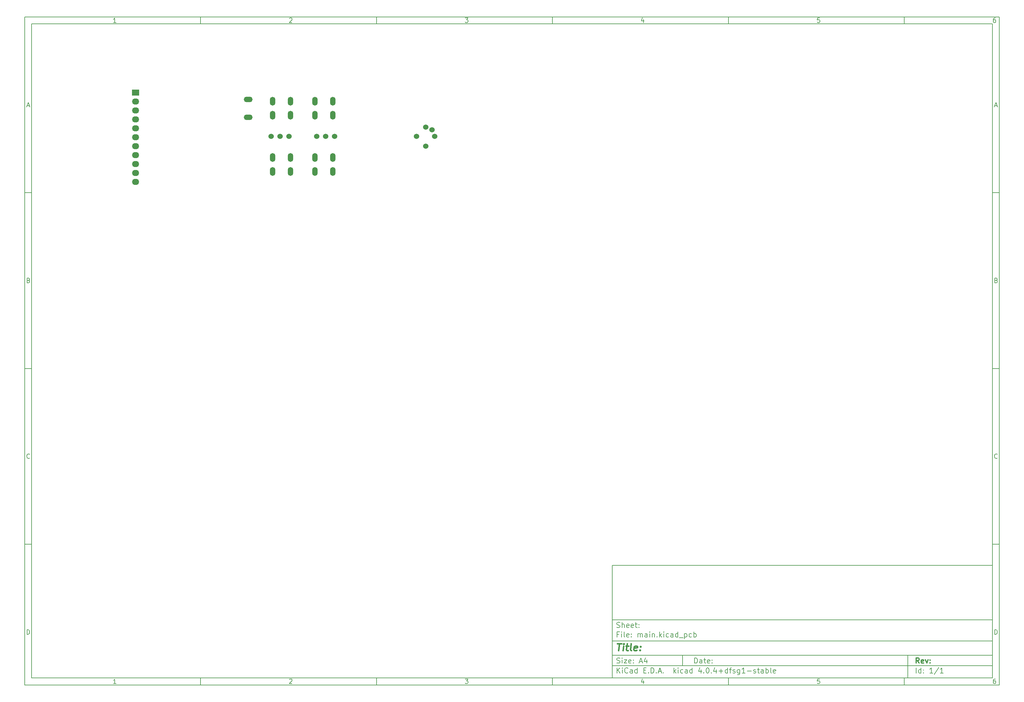
<source format=gbr>
G04 #@! TF.FileFunction,Soldermask,Bot*
%FSLAX46Y46*%
G04 Gerber Fmt 4.6, Leading zero omitted, Abs format (unit mm)*
G04 Created by KiCad (PCBNEW 4.0.4+dfsg1-stable) date Mon Feb 27 17:07:35 2017*
%MOMM*%
%LPD*%
G01*
G04 APERTURE LIST*
%ADD10C,0.100000*%
%ADD11C,0.150000*%
%ADD12C,0.300000*%
%ADD13C,0.400000*%
%ADD14O,1.501140X2.499360*%
%ADD15O,2.499360X1.501140*%
%ADD16C,1.524000*%
%ADD17R,2.032000X1.727200*%
%ADD18O,2.032000X1.727200*%
G04 APERTURE END LIST*
D10*
D11*
X177002200Y-166007200D02*
X177002200Y-198007200D01*
X285002200Y-198007200D01*
X285002200Y-166007200D01*
X177002200Y-166007200D01*
D10*
D11*
X10000000Y-10000000D02*
X10000000Y-200007200D01*
X287002200Y-200007200D01*
X287002200Y-10000000D01*
X10000000Y-10000000D01*
D10*
D11*
X12000000Y-12000000D02*
X12000000Y-198007200D01*
X285002200Y-198007200D01*
X285002200Y-12000000D01*
X12000000Y-12000000D01*
D10*
D11*
X60000000Y-12000000D02*
X60000000Y-10000000D01*
D10*
D11*
X110000000Y-12000000D02*
X110000000Y-10000000D01*
D10*
D11*
X160000000Y-12000000D02*
X160000000Y-10000000D01*
D10*
D11*
X210000000Y-12000000D02*
X210000000Y-10000000D01*
D10*
D11*
X260000000Y-12000000D02*
X260000000Y-10000000D01*
D10*
D11*
X35990476Y-11588095D02*
X35247619Y-11588095D01*
X35619048Y-11588095D02*
X35619048Y-10288095D01*
X35495238Y-10473810D01*
X35371429Y-10597619D01*
X35247619Y-10659524D01*
D10*
D11*
X85247619Y-10411905D02*
X85309524Y-10350000D01*
X85433333Y-10288095D01*
X85742857Y-10288095D01*
X85866667Y-10350000D01*
X85928571Y-10411905D01*
X85990476Y-10535714D01*
X85990476Y-10659524D01*
X85928571Y-10845238D01*
X85185714Y-11588095D01*
X85990476Y-11588095D01*
D10*
D11*
X135185714Y-10288095D02*
X135990476Y-10288095D01*
X135557143Y-10783333D01*
X135742857Y-10783333D01*
X135866667Y-10845238D01*
X135928571Y-10907143D01*
X135990476Y-11030952D01*
X135990476Y-11340476D01*
X135928571Y-11464286D01*
X135866667Y-11526190D01*
X135742857Y-11588095D01*
X135371429Y-11588095D01*
X135247619Y-11526190D01*
X135185714Y-11464286D01*
D10*
D11*
X185866667Y-10721429D02*
X185866667Y-11588095D01*
X185557143Y-10226190D02*
X185247619Y-11154762D01*
X186052381Y-11154762D01*
D10*
D11*
X235928571Y-10288095D02*
X235309524Y-10288095D01*
X235247619Y-10907143D01*
X235309524Y-10845238D01*
X235433333Y-10783333D01*
X235742857Y-10783333D01*
X235866667Y-10845238D01*
X235928571Y-10907143D01*
X235990476Y-11030952D01*
X235990476Y-11340476D01*
X235928571Y-11464286D01*
X235866667Y-11526190D01*
X235742857Y-11588095D01*
X235433333Y-11588095D01*
X235309524Y-11526190D01*
X235247619Y-11464286D01*
D10*
D11*
X285866667Y-10288095D02*
X285619048Y-10288095D01*
X285495238Y-10350000D01*
X285433333Y-10411905D01*
X285309524Y-10597619D01*
X285247619Y-10845238D01*
X285247619Y-11340476D01*
X285309524Y-11464286D01*
X285371429Y-11526190D01*
X285495238Y-11588095D01*
X285742857Y-11588095D01*
X285866667Y-11526190D01*
X285928571Y-11464286D01*
X285990476Y-11340476D01*
X285990476Y-11030952D01*
X285928571Y-10907143D01*
X285866667Y-10845238D01*
X285742857Y-10783333D01*
X285495238Y-10783333D01*
X285371429Y-10845238D01*
X285309524Y-10907143D01*
X285247619Y-11030952D01*
D10*
D11*
X60000000Y-198007200D02*
X60000000Y-200007200D01*
D10*
D11*
X110000000Y-198007200D02*
X110000000Y-200007200D01*
D10*
D11*
X160000000Y-198007200D02*
X160000000Y-200007200D01*
D10*
D11*
X210000000Y-198007200D02*
X210000000Y-200007200D01*
D10*
D11*
X260000000Y-198007200D02*
X260000000Y-200007200D01*
D10*
D11*
X35990476Y-199595295D02*
X35247619Y-199595295D01*
X35619048Y-199595295D02*
X35619048Y-198295295D01*
X35495238Y-198481010D01*
X35371429Y-198604819D01*
X35247619Y-198666724D01*
D10*
D11*
X85247619Y-198419105D02*
X85309524Y-198357200D01*
X85433333Y-198295295D01*
X85742857Y-198295295D01*
X85866667Y-198357200D01*
X85928571Y-198419105D01*
X85990476Y-198542914D01*
X85990476Y-198666724D01*
X85928571Y-198852438D01*
X85185714Y-199595295D01*
X85990476Y-199595295D01*
D10*
D11*
X135185714Y-198295295D02*
X135990476Y-198295295D01*
X135557143Y-198790533D01*
X135742857Y-198790533D01*
X135866667Y-198852438D01*
X135928571Y-198914343D01*
X135990476Y-199038152D01*
X135990476Y-199347676D01*
X135928571Y-199471486D01*
X135866667Y-199533390D01*
X135742857Y-199595295D01*
X135371429Y-199595295D01*
X135247619Y-199533390D01*
X135185714Y-199471486D01*
D10*
D11*
X185866667Y-198728629D02*
X185866667Y-199595295D01*
X185557143Y-198233390D02*
X185247619Y-199161962D01*
X186052381Y-199161962D01*
D10*
D11*
X235928571Y-198295295D02*
X235309524Y-198295295D01*
X235247619Y-198914343D01*
X235309524Y-198852438D01*
X235433333Y-198790533D01*
X235742857Y-198790533D01*
X235866667Y-198852438D01*
X235928571Y-198914343D01*
X235990476Y-199038152D01*
X235990476Y-199347676D01*
X235928571Y-199471486D01*
X235866667Y-199533390D01*
X235742857Y-199595295D01*
X235433333Y-199595295D01*
X235309524Y-199533390D01*
X235247619Y-199471486D01*
D10*
D11*
X285866667Y-198295295D02*
X285619048Y-198295295D01*
X285495238Y-198357200D01*
X285433333Y-198419105D01*
X285309524Y-198604819D01*
X285247619Y-198852438D01*
X285247619Y-199347676D01*
X285309524Y-199471486D01*
X285371429Y-199533390D01*
X285495238Y-199595295D01*
X285742857Y-199595295D01*
X285866667Y-199533390D01*
X285928571Y-199471486D01*
X285990476Y-199347676D01*
X285990476Y-199038152D01*
X285928571Y-198914343D01*
X285866667Y-198852438D01*
X285742857Y-198790533D01*
X285495238Y-198790533D01*
X285371429Y-198852438D01*
X285309524Y-198914343D01*
X285247619Y-199038152D01*
D10*
D11*
X10000000Y-60000000D02*
X12000000Y-60000000D01*
D10*
D11*
X10000000Y-110000000D02*
X12000000Y-110000000D01*
D10*
D11*
X10000000Y-160000000D02*
X12000000Y-160000000D01*
D10*
D11*
X10690476Y-35216667D02*
X11309524Y-35216667D01*
X10566667Y-35588095D02*
X11000000Y-34288095D01*
X11433333Y-35588095D01*
D10*
D11*
X11092857Y-84907143D02*
X11278571Y-84969048D01*
X11340476Y-85030952D01*
X11402381Y-85154762D01*
X11402381Y-85340476D01*
X11340476Y-85464286D01*
X11278571Y-85526190D01*
X11154762Y-85588095D01*
X10659524Y-85588095D01*
X10659524Y-84288095D01*
X11092857Y-84288095D01*
X11216667Y-84350000D01*
X11278571Y-84411905D01*
X11340476Y-84535714D01*
X11340476Y-84659524D01*
X11278571Y-84783333D01*
X11216667Y-84845238D01*
X11092857Y-84907143D01*
X10659524Y-84907143D01*
D10*
D11*
X11402381Y-135464286D02*
X11340476Y-135526190D01*
X11154762Y-135588095D01*
X11030952Y-135588095D01*
X10845238Y-135526190D01*
X10721429Y-135402381D01*
X10659524Y-135278571D01*
X10597619Y-135030952D01*
X10597619Y-134845238D01*
X10659524Y-134597619D01*
X10721429Y-134473810D01*
X10845238Y-134350000D01*
X11030952Y-134288095D01*
X11154762Y-134288095D01*
X11340476Y-134350000D01*
X11402381Y-134411905D01*
D10*
D11*
X10659524Y-185588095D02*
X10659524Y-184288095D01*
X10969048Y-184288095D01*
X11154762Y-184350000D01*
X11278571Y-184473810D01*
X11340476Y-184597619D01*
X11402381Y-184845238D01*
X11402381Y-185030952D01*
X11340476Y-185278571D01*
X11278571Y-185402381D01*
X11154762Y-185526190D01*
X10969048Y-185588095D01*
X10659524Y-185588095D01*
D10*
D11*
X287002200Y-60000000D02*
X285002200Y-60000000D01*
D10*
D11*
X287002200Y-110000000D02*
X285002200Y-110000000D01*
D10*
D11*
X287002200Y-160000000D02*
X285002200Y-160000000D01*
D10*
D11*
X285692676Y-35216667D02*
X286311724Y-35216667D01*
X285568867Y-35588095D02*
X286002200Y-34288095D01*
X286435533Y-35588095D01*
D10*
D11*
X286095057Y-84907143D02*
X286280771Y-84969048D01*
X286342676Y-85030952D01*
X286404581Y-85154762D01*
X286404581Y-85340476D01*
X286342676Y-85464286D01*
X286280771Y-85526190D01*
X286156962Y-85588095D01*
X285661724Y-85588095D01*
X285661724Y-84288095D01*
X286095057Y-84288095D01*
X286218867Y-84350000D01*
X286280771Y-84411905D01*
X286342676Y-84535714D01*
X286342676Y-84659524D01*
X286280771Y-84783333D01*
X286218867Y-84845238D01*
X286095057Y-84907143D01*
X285661724Y-84907143D01*
D10*
D11*
X286404581Y-135464286D02*
X286342676Y-135526190D01*
X286156962Y-135588095D01*
X286033152Y-135588095D01*
X285847438Y-135526190D01*
X285723629Y-135402381D01*
X285661724Y-135278571D01*
X285599819Y-135030952D01*
X285599819Y-134845238D01*
X285661724Y-134597619D01*
X285723629Y-134473810D01*
X285847438Y-134350000D01*
X286033152Y-134288095D01*
X286156962Y-134288095D01*
X286342676Y-134350000D01*
X286404581Y-134411905D01*
D10*
D11*
X285661724Y-185588095D02*
X285661724Y-184288095D01*
X285971248Y-184288095D01*
X286156962Y-184350000D01*
X286280771Y-184473810D01*
X286342676Y-184597619D01*
X286404581Y-184845238D01*
X286404581Y-185030952D01*
X286342676Y-185278571D01*
X286280771Y-185402381D01*
X286156962Y-185526190D01*
X285971248Y-185588095D01*
X285661724Y-185588095D01*
D10*
D11*
X200359343Y-193785771D02*
X200359343Y-192285771D01*
X200716486Y-192285771D01*
X200930771Y-192357200D01*
X201073629Y-192500057D01*
X201145057Y-192642914D01*
X201216486Y-192928629D01*
X201216486Y-193142914D01*
X201145057Y-193428629D01*
X201073629Y-193571486D01*
X200930771Y-193714343D01*
X200716486Y-193785771D01*
X200359343Y-193785771D01*
X202502200Y-193785771D02*
X202502200Y-193000057D01*
X202430771Y-192857200D01*
X202287914Y-192785771D01*
X202002200Y-192785771D01*
X201859343Y-192857200D01*
X202502200Y-193714343D02*
X202359343Y-193785771D01*
X202002200Y-193785771D01*
X201859343Y-193714343D01*
X201787914Y-193571486D01*
X201787914Y-193428629D01*
X201859343Y-193285771D01*
X202002200Y-193214343D01*
X202359343Y-193214343D01*
X202502200Y-193142914D01*
X203002200Y-192785771D02*
X203573629Y-192785771D01*
X203216486Y-192285771D02*
X203216486Y-193571486D01*
X203287914Y-193714343D01*
X203430772Y-193785771D01*
X203573629Y-193785771D01*
X204645057Y-193714343D02*
X204502200Y-193785771D01*
X204216486Y-193785771D01*
X204073629Y-193714343D01*
X204002200Y-193571486D01*
X204002200Y-193000057D01*
X204073629Y-192857200D01*
X204216486Y-192785771D01*
X204502200Y-192785771D01*
X204645057Y-192857200D01*
X204716486Y-193000057D01*
X204716486Y-193142914D01*
X204002200Y-193285771D01*
X205359343Y-193642914D02*
X205430771Y-193714343D01*
X205359343Y-193785771D01*
X205287914Y-193714343D01*
X205359343Y-193642914D01*
X205359343Y-193785771D01*
X205359343Y-192857200D02*
X205430771Y-192928629D01*
X205359343Y-193000057D01*
X205287914Y-192928629D01*
X205359343Y-192857200D01*
X205359343Y-193000057D01*
D10*
D11*
X177002200Y-194507200D02*
X285002200Y-194507200D01*
D10*
D11*
X178359343Y-196585771D02*
X178359343Y-195085771D01*
X179216486Y-196585771D02*
X178573629Y-195728629D01*
X179216486Y-195085771D02*
X178359343Y-195942914D01*
X179859343Y-196585771D02*
X179859343Y-195585771D01*
X179859343Y-195085771D02*
X179787914Y-195157200D01*
X179859343Y-195228629D01*
X179930771Y-195157200D01*
X179859343Y-195085771D01*
X179859343Y-195228629D01*
X181430772Y-196442914D02*
X181359343Y-196514343D01*
X181145057Y-196585771D01*
X181002200Y-196585771D01*
X180787915Y-196514343D01*
X180645057Y-196371486D01*
X180573629Y-196228629D01*
X180502200Y-195942914D01*
X180502200Y-195728629D01*
X180573629Y-195442914D01*
X180645057Y-195300057D01*
X180787915Y-195157200D01*
X181002200Y-195085771D01*
X181145057Y-195085771D01*
X181359343Y-195157200D01*
X181430772Y-195228629D01*
X182716486Y-196585771D02*
X182716486Y-195800057D01*
X182645057Y-195657200D01*
X182502200Y-195585771D01*
X182216486Y-195585771D01*
X182073629Y-195657200D01*
X182716486Y-196514343D02*
X182573629Y-196585771D01*
X182216486Y-196585771D01*
X182073629Y-196514343D01*
X182002200Y-196371486D01*
X182002200Y-196228629D01*
X182073629Y-196085771D01*
X182216486Y-196014343D01*
X182573629Y-196014343D01*
X182716486Y-195942914D01*
X184073629Y-196585771D02*
X184073629Y-195085771D01*
X184073629Y-196514343D02*
X183930772Y-196585771D01*
X183645058Y-196585771D01*
X183502200Y-196514343D01*
X183430772Y-196442914D01*
X183359343Y-196300057D01*
X183359343Y-195871486D01*
X183430772Y-195728629D01*
X183502200Y-195657200D01*
X183645058Y-195585771D01*
X183930772Y-195585771D01*
X184073629Y-195657200D01*
X185930772Y-195800057D02*
X186430772Y-195800057D01*
X186645058Y-196585771D02*
X185930772Y-196585771D01*
X185930772Y-195085771D01*
X186645058Y-195085771D01*
X187287915Y-196442914D02*
X187359343Y-196514343D01*
X187287915Y-196585771D01*
X187216486Y-196514343D01*
X187287915Y-196442914D01*
X187287915Y-196585771D01*
X188002201Y-196585771D02*
X188002201Y-195085771D01*
X188359344Y-195085771D01*
X188573629Y-195157200D01*
X188716487Y-195300057D01*
X188787915Y-195442914D01*
X188859344Y-195728629D01*
X188859344Y-195942914D01*
X188787915Y-196228629D01*
X188716487Y-196371486D01*
X188573629Y-196514343D01*
X188359344Y-196585771D01*
X188002201Y-196585771D01*
X189502201Y-196442914D02*
X189573629Y-196514343D01*
X189502201Y-196585771D01*
X189430772Y-196514343D01*
X189502201Y-196442914D01*
X189502201Y-196585771D01*
X190145058Y-196157200D02*
X190859344Y-196157200D01*
X190002201Y-196585771D02*
X190502201Y-195085771D01*
X191002201Y-196585771D01*
X191502201Y-196442914D02*
X191573629Y-196514343D01*
X191502201Y-196585771D01*
X191430772Y-196514343D01*
X191502201Y-196442914D01*
X191502201Y-196585771D01*
X194502201Y-196585771D02*
X194502201Y-195085771D01*
X194645058Y-196014343D02*
X195073629Y-196585771D01*
X195073629Y-195585771D02*
X194502201Y-196157200D01*
X195716487Y-196585771D02*
X195716487Y-195585771D01*
X195716487Y-195085771D02*
X195645058Y-195157200D01*
X195716487Y-195228629D01*
X195787915Y-195157200D01*
X195716487Y-195085771D01*
X195716487Y-195228629D01*
X197073630Y-196514343D02*
X196930773Y-196585771D01*
X196645059Y-196585771D01*
X196502201Y-196514343D01*
X196430773Y-196442914D01*
X196359344Y-196300057D01*
X196359344Y-195871486D01*
X196430773Y-195728629D01*
X196502201Y-195657200D01*
X196645059Y-195585771D01*
X196930773Y-195585771D01*
X197073630Y-195657200D01*
X198359344Y-196585771D02*
X198359344Y-195800057D01*
X198287915Y-195657200D01*
X198145058Y-195585771D01*
X197859344Y-195585771D01*
X197716487Y-195657200D01*
X198359344Y-196514343D02*
X198216487Y-196585771D01*
X197859344Y-196585771D01*
X197716487Y-196514343D01*
X197645058Y-196371486D01*
X197645058Y-196228629D01*
X197716487Y-196085771D01*
X197859344Y-196014343D01*
X198216487Y-196014343D01*
X198359344Y-195942914D01*
X199716487Y-196585771D02*
X199716487Y-195085771D01*
X199716487Y-196514343D02*
X199573630Y-196585771D01*
X199287916Y-196585771D01*
X199145058Y-196514343D01*
X199073630Y-196442914D01*
X199002201Y-196300057D01*
X199002201Y-195871486D01*
X199073630Y-195728629D01*
X199145058Y-195657200D01*
X199287916Y-195585771D01*
X199573630Y-195585771D01*
X199716487Y-195657200D01*
X202216487Y-195585771D02*
X202216487Y-196585771D01*
X201859344Y-195014343D02*
X201502201Y-196085771D01*
X202430773Y-196085771D01*
X203002201Y-196442914D02*
X203073629Y-196514343D01*
X203002201Y-196585771D01*
X202930772Y-196514343D01*
X203002201Y-196442914D01*
X203002201Y-196585771D01*
X204002201Y-195085771D02*
X204145058Y-195085771D01*
X204287915Y-195157200D01*
X204359344Y-195228629D01*
X204430773Y-195371486D01*
X204502201Y-195657200D01*
X204502201Y-196014343D01*
X204430773Y-196300057D01*
X204359344Y-196442914D01*
X204287915Y-196514343D01*
X204145058Y-196585771D01*
X204002201Y-196585771D01*
X203859344Y-196514343D01*
X203787915Y-196442914D01*
X203716487Y-196300057D01*
X203645058Y-196014343D01*
X203645058Y-195657200D01*
X203716487Y-195371486D01*
X203787915Y-195228629D01*
X203859344Y-195157200D01*
X204002201Y-195085771D01*
X205145058Y-196442914D02*
X205216486Y-196514343D01*
X205145058Y-196585771D01*
X205073629Y-196514343D01*
X205145058Y-196442914D01*
X205145058Y-196585771D01*
X206502201Y-195585771D02*
X206502201Y-196585771D01*
X206145058Y-195014343D02*
X205787915Y-196085771D01*
X206716487Y-196085771D01*
X207287915Y-196014343D02*
X208430772Y-196014343D01*
X207859343Y-196585771D02*
X207859343Y-195442914D01*
X209787915Y-196585771D02*
X209787915Y-195085771D01*
X209787915Y-196514343D02*
X209645058Y-196585771D01*
X209359344Y-196585771D01*
X209216486Y-196514343D01*
X209145058Y-196442914D01*
X209073629Y-196300057D01*
X209073629Y-195871486D01*
X209145058Y-195728629D01*
X209216486Y-195657200D01*
X209359344Y-195585771D01*
X209645058Y-195585771D01*
X209787915Y-195657200D01*
X210287915Y-195585771D02*
X210859344Y-195585771D01*
X210502201Y-196585771D02*
X210502201Y-195300057D01*
X210573629Y-195157200D01*
X210716487Y-195085771D01*
X210859344Y-195085771D01*
X211287915Y-196514343D02*
X211430772Y-196585771D01*
X211716487Y-196585771D01*
X211859344Y-196514343D01*
X211930772Y-196371486D01*
X211930772Y-196300057D01*
X211859344Y-196157200D01*
X211716487Y-196085771D01*
X211502201Y-196085771D01*
X211359344Y-196014343D01*
X211287915Y-195871486D01*
X211287915Y-195800057D01*
X211359344Y-195657200D01*
X211502201Y-195585771D01*
X211716487Y-195585771D01*
X211859344Y-195657200D01*
X213216487Y-195585771D02*
X213216487Y-196800057D01*
X213145058Y-196942914D01*
X213073630Y-197014343D01*
X212930773Y-197085771D01*
X212716487Y-197085771D01*
X212573630Y-197014343D01*
X213216487Y-196514343D02*
X213073630Y-196585771D01*
X212787916Y-196585771D01*
X212645058Y-196514343D01*
X212573630Y-196442914D01*
X212502201Y-196300057D01*
X212502201Y-195871486D01*
X212573630Y-195728629D01*
X212645058Y-195657200D01*
X212787916Y-195585771D01*
X213073630Y-195585771D01*
X213216487Y-195657200D01*
X214716487Y-196585771D02*
X213859344Y-196585771D01*
X214287916Y-196585771D02*
X214287916Y-195085771D01*
X214145059Y-195300057D01*
X214002201Y-195442914D01*
X213859344Y-195514343D01*
X215359344Y-196014343D02*
X216502201Y-196014343D01*
X217145058Y-196514343D02*
X217287915Y-196585771D01*
X217573630Y-196585771D01*
X217716487Y-196514343D01*
X217787915Y-196371486D01*
X217787915Y-196300057D01*
X217716487Y-196157200D01*
X217573630Y-196085771D01*
X217359344Y-196085771D01*
X217216487Y-196014343D01*
X217145058Y-195871486D01*
X217145058Y-195800057D01*
X217216487Y-195657200D01*
X217359344Y-195585771D01*
X217573630Y-195585771D01*
X217716487Y-195657200D01*
X218216487Y-195585771D02*
X218787916Y-195585771D01*
X218430773Y-195085771D02*
X218430773Y-196371486D01*
X218502201Y-196514343D01*
X218645059Y-196585771D01*
X218787916Y-196585771D01*
X219930773Y-196585771D02*
X219930773Y-195800057D01*
X219859344Y-195657200D01*
X219716487Y-195585771D01*
X219430773Y-195585771D01*
X219287916Y-195657200D01*
X219930773Y-196514343D02*
X219787916Y-196585771D01*
X219430773Y-196585771D01*
X219287916Y-196514343D01*
X219216487Y-196371486D01*
X219216487Y-196228629D01*
X219287916Y-196085771D01*
X219430773Y-196014343D01*
X219787916Y-196014343D01*
X219930773Y-195942914D01*
X220645059Y-196585771D02*
X220645059Y-195085771D01*
X220645059Y-195657200D02*
X220787916Y-195585771D01*
X221073630Y-195585771D01*
X221216487Y-195657200D01*
X221287916Y-195728629D01*
X221359345Y-195871486D01*
X221359345Y-196300057D01*
X221287916Y-196442914D01*
X221216487Y-196514343D01*
X221073630Y-196585771D01*
X220787916Y-196585771D01*
X220645059Y-196514343D01*
X222216488Y-196585771D02*
X222073630Y-196514343D01*
X222002202Y-196371486D01*
X222002202Y-195085771D01*
X223359344Y-196514343D02*
X223216487Y-196585771D01*
X222930773Y-196585771D01*
X222787916Y-196514343D01*
X222716487Y-196371486D01*
X222716487Y-195800057D01*
X222787916Y-195657200D01*
X222930773Y-195585771D01*
X223216487Y-195585771D01*
X223359344Y-195657200D01*
X223430773Y-195800057D01*
X223430773Y-195942914D01*
X222716487Y-196085771D01*
D10*
D11*
X177002200Y-191507200D02*
X285002200Y-191507200D01*
D10*
D12*
X264216486Y-193785771D02*
X263716486Y-193071486D01*
X263359343Y-193785771D02*
X263359343Y-192285771D01*
X263930771Y-192285771D01*
X264073629Y-192357200D01*
X264145057Y-192428629D01*
X264216486Y-192571486D01*
X264216486Y-192785771D01*
X264145057Y-192928629D01*
X264073629Y-193000057D01*
X263930771Y-193071486D01*
X263359343Y-193071486D01*
X265430771Y-193714343D02*
X265287914Y-193785771D01*
X265002200Y-193785771D01*
X264859343Y-193714343D01*
X264787914Y-193571486D01*
X264787914Y-193000057D01*
X264859343Y-192857200D01*
X265002200Y-192785771D01*
X265287914Y-192785771D01*
X265430771Y-192857200D01*
X265502200Y-193000057D01*
X265502200Y-193142914D01*
X264787914Y-193285771D01*
X266002200Y-192785771D02*
X266359343Y-193785771D01*
X266716485Y-192785771D01*
X267287914Y-193642914D02*
X267359342Y-193714343D01*
X267287914Y-193785771D01*
X267216485Y-193714343D01*
X267287914Y-193642914D01*
X267287914Y-193785771D01*
X267287914Y-192857200D02*
X267359342Y-192928629D01*
X267287914Y-193000057D01*
X267216485Y-192928629D01*
X267287914Y-192857200D01*
X267287914Y-193000057D01*
D10*
D11*
X178287914Y-193714343D02*
X178502200Y-193785771D01*
X178859343Y-193785771D01*
X179002200Y-193714343D01*
X179073629Y-193642914D01*
X179145057Y-193500057D01*
X179145057Y-193357200D01*
X179073629Y-193214343D01*
X179002200Y-193142914D01*
X178859343Y-193071486D01*
X178573629Y-193000057D01*
X178430771Y-192928629D01*
X178359343Y-192857200D01*
X178287914Y-192714343D01*
X178287914Y-192571486D01*
X178359343Y-192428629D01*
X178430771Y-192357200D01*
X178573629Y-192285771D01*
X178930771Y-192285771D01*
X179145057Y-192357200D01*
X179787914Y-193785771D02*
X179787914Y-192785771D01*
X179787914Y-192285771D02*
X179716485Y-192357200D01*
X179787914Y-192428629D01*
X179859342Y-192357200D01*
X179787914Y-192285771D01*
X179787914Y-192428629D01*
X180359343Y-192785771D02*
X181145057Y-192785771D01*
X180359343Y-193785771D01*
X181145057Y-193785771D01*
X182287914Y-193714343D02*
X182145057Y-193785771D01*
X181859343Y-193785771D01*
X181716486Y-193714343D01*
X181645057Y-193571486D01*
X181645057Y-193000057D01*
X181716486Y-192857200D01*
X181859343Y-192785771D01*
X182145057Y-192785771D01*
X182287914Y-192857200D01*
X182359343Y-193000057D01*
X182359343Y-193142914D01*
X181645057Y-193285771D01*
X183002200Y-193642914D02*
X183073628Y-193714343D01*
X183002200Y-193785771D01*
X182930771Y-193714343D01*
X183002200Y-193642914D01*
X183002200Y-193785771D01*
X183002200Y-192857200D02*
X183073628Y-192928629D01*
X183002200Y-193000057D01*
X182930771Y-192928629D01*
X183002200Y-192857200D01*
X183002200Y-193000057D01*
X184787914Y-193357200D02*
X185502200Y-193357200D01*
X184645057Y-193785771D02*
X185145057Y-192285771D01*
X185645057Y-193785771D01*
X186787914Y-192785771D02*
X186787914Y-193785771D01*
X186430771Y-192214343D02*
X186073628Y-193285771D01*
X187002200Y-193285771D01*
D10*
D11*
X263359343Y-196585771D02*
X263359343Y-195085771D01*
X264716486Y-196585771D02*
X264716486Y-195085771D01*
X264716486Y-196514343D02*
X264573629Y-196585771D01*
X264287915Y-196585771D01*
X264145057Y-196514343D01*
X264073629Y-196442914D01*
X264002200Y-196300057D01*
X264002200Y-195871486D01*
X264073629Y-195728629D01*
X264145057Y-195657200D01*
X264287915Y-195585771D01*
X264573629Y-195585771D01*
X264716486Y-195657200D01*
X265430772Y-196442914D02*
X265502200Y-196514343D01*
X265430772Y-196585771D01*
X265359343Y-196514343D01*
X265430772Y-196442914D01*
X265430772Y-196585771D01*
X265430772Y-195657200D02*
X265502200Y-195728629D01*
X265430772Y-195800057D01*
X265359343Y-195728629D01*
X265430772Y-195657200D01*
X265430772Y-195800057D01*
X268073629Y-196585771D02*
X267216486Y-196585771D01*
X267645058Y-196585771D02*
X267645058Y-195085771D01*
X267502201Y-195300057D01*
X267359343Y-195442914D01*
X267216486Y-195514343D01*
X269787914Y-195014343D02*
X268502200Y-196942914D01*
X271073629Y-196585771D02*
X270216486Y-196585771D01*
X270645058Y-196585771D02*
X270645058Y-195085771D01*
X270502201Y-195300057D01*
X270359343Y-195442914D01*
X270216486Y-195514343D01*
D10*
D11*
X177002200Y-187507200D02*
X285002200Y-187507200D01*
D10*
D13*
X178454581Y-188211962D02*
X179597438Y-188211962D01*
X178776010Y-190211962D02*
X179026010Y-188211962D01*
X180014105Y-190211962D02*
X180180771Y-188878629D01*
X180264105Y-188211962D02*
X180156962Y-188307200D01*
X180240295Y-188402438D01*
X180347439Y-188307200D01*
X180264105Y-188211962D01*
X180240295Y-188402438D01*
X180847438Y-188878629D02*
X181609343Y-188878629D01*
X181216486Y-188211962D02*
X181002200Y-189926248D01*
X181073630Y-190116724D01*
X181252201Y-190211962D01*
X181442677Y-190211962D01*
X182395058Y-190211962D02*
X182216487Y-190116724D01*
X182145057Y-189926248D01*
X182359343Y-188211962D01*
X183930772Y-190116724D02*
X183728391Y-190211962D01*
X183347439Y-190211962D01*
X183168867Y-190116724D01*
X183097438Y-189926248D01*
X183192676Y-189164343D01*
X183311724Y-188973867D01*
X183514105Y-188878629D01*
X183895057Y-188878629D01*
X184073629Y-188973867D01*
X184145057Y-189164343D01*
X184121248Y-189354819D01*
X183145057Y-189545295D01*
X184895057Y-190021486D02*
X184978392Y-190116724D01*
X184871248Y-190211962D01*
X184787915Y-190116724D01*
X184895057Y-190021486D01*
X184871248Y-190211962D01*
X185026010Y-188973867D02*
X185109344Y-189069105D01*
X185002200Y-189164343D01*
X184918867Y-189069105D01*
X185026010Y-188973867D01*
X185002200Y-189164343D01*
D10*
D11*
X178859343Y-185600057D02*
X178359343Y-185600057D01*
X178359343Y-186385771D02*
X178359343Y-184885771D01*
X179073629Y-184885771D01*
X179645057Y-186385771D02*
X179645057Y-185385771D01*
X179645057Y-184885771D02*
X179573628Y-184957200D01*
X179645057Y-185028629D01*
X179716485Y-184957200D01*
X179645057Y-184885771D01*
X179645057Y-185028629D01*
X180573629Y-186385771D02*
X180430771Y-186314343D01*
X180359343Y-186171486D01*
X180359343Y-184885771D01*
X181716485Y-186314343D02*
X181573628Y-186385771D01*
X181287914Y-186385771D01*
X181145057Y-186314343D01*
X181073628Y-186171486D01*
X181073628Y-185600057D01*
X181145057Y-185457200D01*
X181287914Y-185385771D01*
X181573628Y-185385771D01*
X181716485Y-185457200D01*
X181787914Y-185600057D01*
X181787914Y-185742914D01*
X181073628Y-185885771D01*
X182430771Y-186242914D02*
X182502199Y-186314343D01*
X182430771Y-186385771D01*
X182359342Y-186314343D01*
X182430771Y-186242914D01*
X182430771Y-186385771D01*
X182430771Y-185457200D02*
X182502199Y-185528629D01*
X182430771Y-185600057D01*
X182359342Y-185528629D01*
X182430771Y-185457200D01*
X182430771Y-185600057D01*
X184287914Y-186385771D02*
X184287914Y-185385771D01*
X184287914Y-185528629D02*
X184359342Y-185457200D01*
X184502200Y-185385771D01*
X184716485Y-185385771D01*
X184859342Y-185457200D01*
X184930771Y-185600057D01*
X184930771Y-186385771D01*
X184930771Y-185600057D02*
X185002200Y-185457200D01*
X185145057Y-185385771D01*
X185359342Y-185385771D01*
X185502200Y-185457200D01*
X185573628Y-185600057D01*
X185573628Y-186385771D01*
X186930771Y-186385771D02*
X186930771Y-185600057D01*
X186859342Y-185457200D01*
X186716485Y-185385771D01*
X186430771Y-185385771D01*
X186287914Y-185457200D01*
X186930771Y-186314343D02*
X186787914Y-186385771D01*
X186430771Y-186385771D01*
X186287914Y-186314343D01*
X186216485Y-186171486D01*
X186216485Y-186028629D01*
X186287914Y-185885771D01*
X186430771Y-185814343D01*
X186787914Y-185814343D01*
X186930771Y-185742914D01*
X187645057Y-186385771D02*
X187645057Y-185385771D01*
X187645057Y-184885771D02*
X187573628Y-184957200D01*
X187645057Y-185028629D01*
X187716485Y-184957200D01*
X187645057Y-184885771D01*
X187645057Y-185028629D01*
X188359343Y-185385771D02*
X188359343Y-186385771D01*
X188359343Y-185528629D02*
X188430771Y-185457200D01*
X188573629Y-185385771D01*
X188787914Y-185385771D01*
X188930771Y-185457200D01*
X189002200Y-185600057D01*
X189002200Y-186385771D01*
X189716486Y-186242914D02*
X189787914Y-186314343D01*
X189716486Y-186385771D01*
X189645057Y-186314343D01*
X189716486Y-186242914D01*
X189716486Y-186385771D01*
X190430772Y-186385771D02*
X190430772Y-184885771D01*
X190573629Y-185814343D02*
X191002200Y-186385771D01*
X191002200Y-185385771D02*
X190430772Y-185957200D01*
X191645058Y-186385771D02*
X191645058Y-185385771D01*
X191645058Y-184885771D02*
X191573629Y-184957200D01*
X191645058Y-185028629D01*
X191716486Y-184957200D01*
X191645058Y-184885771D01*
X191645058Y-185028629D01*
X193002201Y-186314343D02*
X192859344Y-186385771D01*
X192573630Y-186385771D01*
X192430772Y-186314343D01*
X192359344Y-186242914D01*
X192287915Y-186100057D01*
X192287915Y-185671486D01*
X192359344Y-185528629D01*
X192430772Y-185457200D01*
X192573630Y-185385771D01*
X192859344Y-185385771D01*
X193002201Y-185457200D01*
X194287915Y-186385771D02*
X194287915Y-185600057D01*
X194216486Y-185457200D01*
X194073629Y-185385771D01*
X193787915Y-185385771D01*
X193645058Y-185457200D01*
X194287915Y-186314343D02*
X194145058Y-186385771D01*
X193787915Y-186385771D01*
X193645058Y-186314343D01*
X193573629Y-186171486D01*
X193573629Y-186028629D01*
X193645058Y-185885771D01*
X193787915Y-185814343D01*
X194145058Y-185814343D01*
X194287915Y-185742914D01*
X195645058Y-186385771D02*
X195645058Y-184885771D01*
X195645058Y-186314343D02*
X195502201Y-186385771D01*
X195216487Y-186385771D01*
X195073629Y-186314343D01*
X195002201Y-186242914D01*
X194930772Y-186100057D01*
X194930772Y-185671486D01*
X195002201Y-185528629D01*
X195073629Y-185457200D01*
X195216487Y-185385771D01*
X195502201Y-185385771D01*
X195645058Y-185457200D01*
X196002201Y-186528629D02*
X197145058Y-186528629D01*
X197502201Y-185385771D02*
X197502201Y-186885771D01*
X197502201Y-185457200D02*
X197645058Y-185385771D01*
X197930772Y-185385771D01*
X198073629Y-185457200D01*
X198145058Y-185528629D01*
X198216487Y-185671486D01*
X198216487Y-186100057D01*
X198145058Y-186242914D01*
X198073629Y-186314343D01*
X197930772Y-186385771D01*
X197645058Y-186385771D01*
X197502201Y-186314343D01*
X199502201Y-186314343D02*
X199359344Y-186385771D01*
X199073630Y-186385771D01*
X198930772Y-186314343D01*
X198859344Y-186242914D01*
X198787915Y-186100057D01*
X198787915Y-185671486D01*
X198859344Y-185528629D01*
X198930772Y-185457200D01*
X199073630Y-185385771D01*
X199359344Y-185385771D01*
X199502201Y-185457200D01*
X200145058Y-186385771D02*
X200145058Y-184885771D01*
X200145058Y-185457200D02*
X200287915Y-185385771D01*
X200573629Y-185385771D01*
X200716486Y-185457200D01*
X200787915Y-185528629D01*
X200859344Y-185671486D01*
X200859344Y-186100057D01*
X200787915Y-186242914D01*
X200716486Y-186314343D01*
X200573629Y-186385771D01*
X200287915Y-186385771D01*
X200145058Y-186314343D01*
D10*
D11*
X177002200Y-181507200D02*
X285002200Y-181507200D01*
D10*
D11*
X178287914Y-183614343D02*
X178502200Y-183685771D01*
X178859343Y-183685771D01*
X179002200Y-183614343D01*
X179073629Y-183542914D01*
X179145057Y-183400057D01*
X179145057Y-183257200D01*
X179073629Y-183114343D01*
X179002200Y-183042914D01*
X178859343Y-182971486D01*
X178573629Y-182900057D01*
X178430771Y-182828629D01*
X178359343Y-182757200D01*
X178287914Y-182614343D01*
X178287914Y-182471486D01*
X178359343Y-182328629D01*
X178430771Y-182257200D01*
X178573629Y-182185771D01*
X178930771Y-182185771D01*
X179145057Y-182257200D01*
X179787914Y-183685771D02*
X179787914Y-182185771D01*
X180430771Y-183685771D02*
X180430771Y-182900057D01*
X180359342Y-182757200D01*
X180216485Y-182685771D01*
X180002200Y-182685771D01*
X179859342Y-182757200D01*
X179787914Y-182828629D01*
X181716485Y-183614343D02*
X181573628Y-183685771D01*
X181287914Y-183685771D01*
X181145057Y-183614343D01*
X181073628Y-183471486D01*
X181073628Y-182900057D01*
X181145057Y-182757200D01*
X181287914Y-182685771D01*
X181573628Y-182685771D01*
X181716485Y-182757200D01*
X181787914Y-182900057D01*
X181787914Y-183042914D01*
X181073628Y-183185771D01*
X183002199Y-183614343D02*
X182859342Y-183685771D01*
X182573628Y-183685771D01*
X182430771Y-183614343D01*
X182359342Y-183471486D01*
X182359342Y-182900057D01*
X182430771Y-182757200D01*
X182573628Y-182685771D01*
X182859342Y-182685771D01*
X183002199Y-182757200D01*
X183073628Y-182900057D01*
X183073628Y-183042914D01*
X182359342Y-183185771D01*
X183502199Y-182685771D02*
X184073628Y-182685771D01*
X183716485Y-182185771D02*
X183716485Y-183471486D01*
X183787913Y-183614343D01*
X183930771Y-183685771D01*
X184073628Y-183685771D01*
X184573628Y-183542914D02*
X184645056Y-183614343D01*
X184573628Y-183685771D01*
X184502199Y-183614343D01*
X184573628Y-183542914D01*
X184573628Y-183685771D01*
X184573628Y-182757200D02*
X184645056Y-182828629D01*
X184573628Y-182900057D01*
X184502199Y-182828629D01*
X184573628Y-182757200D01*
X184573628Y-182900057D01*
D10*
D11*
X197002200Y-191507200D02*
X197002200Y-194507200D01*
D10*
D11*
X261002200Y-191507200D02*
X261002200Y-198007200D01*
D14*
X80460000Y-34000000D03*
X85540000Y-34000000D03*
X85540000Y-54000000D03*
X80460000Y-54000000D03*
D15*
X73500000Y-33460000D03*
X73500000Y-38540000D03*
D14*
X92460000Y-34000000D03*
X97540000Y-34000000D03*
X97540000Y-54000000D03*
X92460000Y-54000000D03*
D16*
X121333000Y-44000000D03*
X124000000Y-46794000D03*
X126540000Y-44000000D03*
X124000000Y-41333000D03*
X125778000Y-42095000D03*
D14*
X85540000Y-38000000D03*
X80460000Y-38000000D03*
X80460000Y-50000000D03*
X85540000Y-50000000D03*
X97540000Y-38000000D03*
X92460000Y-38000000D03*
X92460000Y-50000000D03*
X97540000Y-50000000D03*
D17*
X41500000Y-31500000D03*
D18*
X41500000Y-34040000D03*
X41500000Y-36580000D03*
X41500000Y-39120000D03*
X41500000Y-41660000D03*
X41500000Y-44200000D03*
X41500000Y-46740000D03*
X41500000Y-49280000D03*
X41500000Y-51820000D03*
X41500000Y-54360000D03*
X41500000Y-56900000D03*
D16*
X95540000Y-44000000D03*
X98080000Y-44000000D03*
X93000000Y-44000000D03*
X82540000Y-44000000D03*
X85080000Y-44000000D03*
X80000000Y-44000000D03*
M02*

</source>
